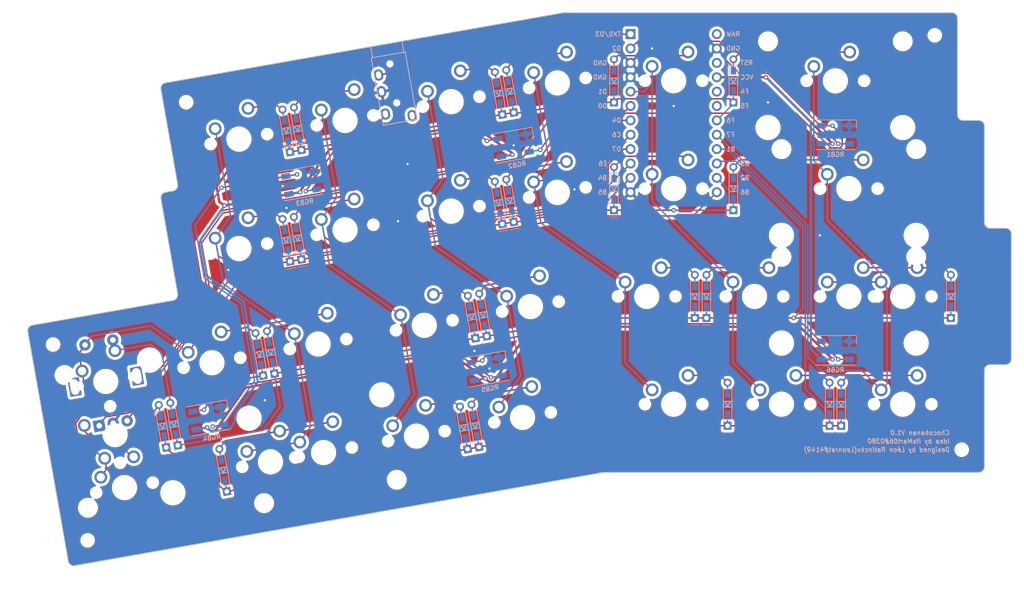
<source format=kicad_pcb>
(kicad_pcb (version 20221018) (generator pcbnew)
  (layers (0 "F.Cu" signal) (31 "B.Cu" signal) (34 "B.Paste" user) (35 "F.Paste" user) (36 "B.SilkS" user "B.Silkscreen") (37 "F.SilkS" user "F.Silkscreen") (38 "B.Mask" user) (39 "F.Mask" user) (44 "Edge.Cuts" user))
  (net 0 "")
  (net 1 "Net-(D1-A)")
  (net 2 "Net-(D2-A)")
  (net 3 "Net-(D3-A)")
  (net 4 "ROW2_L")
  (net 5 "Net-(D4-A)")
  (net 6 "Net-(D5-A)")
  (net 7 "Net-(D6-A)")
  (net 8 "Net-(D7-A)")
  (net 9 "Net-(D8-A)")
  (net 10 "Net-(D9-A)")
  (net 11 "Net-(D10-A)")
  (net 12 "Net-(D11-A)")
  (net 13 "Net-(D12-A)")
  (net 14 "Net-(D13-A)")
  (net 15 "Net-(D14-A)")
  (net 16 "Net-(D15-A)")
  (net 17 "Net-(D16-A)")
  (net 18 "Net-(D17-A)")
  (net 19 "Net-(D18-A)")
  (net 20 "Net-(D19-A)")
  (net 21 "Net-(D20-A)")
  (net 22 "Net-(D21-A)")
  (net 23 "Net-(D22-A)")
  (net 24 "RGB")
  (net 25 "Net-(D23-A)")
  (net 26 "Net-(RGB1-DOUT)")
  (net 27 "DATA")
  (net 28 "GND")
  (net 29 "VCC")
  (net 30 "ENC_A")
  (net 31 "Net-(RGB2-DOUT)")
  (net 32 "COL2")
  (net 33 "COL3")
  (net 34 "COL4")
  (net 35 "COL5")
  (net 36 "ENC_B")
  (net 37 "COL1")
  (net 38 "COL0")
  (net 39 "ROW0_L")
  (net 40 "ROW1_L")
  (net 41 "ROW3_L")
  (net 44 "Net-(RGB3-DOUT)")
  (net 45 "Net-(RGB4-DOUT)")
  (net 46 "Net-(RGB5-DOUT)")
  (net 49 "ENC_S_A")
  (net 51 "Net-(D25-A)")
  (net 52 "COL6")
  (net 53 "Net-(D27-A)")
  (net 54 "Net-(D24-A)")
  (footprint "kbd:D3_TH_SMD_only_back" (layer "F.Cu") (at -19.05 57.15 90)
    (fp_text reference "D12" hide)
    (fp_text value "D_Small" hide)
  )
  (footprint "kbd:D3_TH_SMD_only_back" (layer "F.Cu") (at -63.651285 60.962562 100)
    (fp_text reference "D16" hide)
    (fp_text value "D_Small" hide)
  )
  (footprint "MX_Only:MXOnly-1U-NoLED" (layer "F.Cu") (at -72.65738 43.206703 10)
    (fp_text reference "MX19")
    (fp_text value "MX-NoLED")
  )
  (footprint "MX_Only:MXOnly-2U-NoLED" (layer "F.Cu") (at 0 0)
    (fp_text reference "MX1")
    (fp_text value "MX-NoLED")
  )
  (footprint "kbd:D3_TH_SMD_only_back" (layer "F.Cu") (at -97.043713 8.818917 100)
    (fp_text reference "D21" hide)
    (fp_text value "D_Small" hide)
  )
  (footprint "MX_Only:MXOnly-1U-NoLED" (layer "F.Cu") (at -49.134293 19.715071 10)
    (fp_text reference "MX10")
    (fp_text value "MX-NoLED")
  )
  (footprint "MX_Only:MXOnly-1U-NoLED" (layer "F.Cu") (at -55.278942 59.486292 10)
    (fp_text reference "MX16")
    (fp_text value "MX-NoLED")
  )
  (footprint "kbd:D3_TH_SMD_only_back" (layer "F.Cu") (at -118.912802 61.03472 100)
    (fp_text reference "D27" hide)
    (fp_text value "D_Small" hide)
  )
  (footprint "MX_Only:MXOnly-1.75U-NoLED" (layer "F.Cu") (at -99.835338 67.342787 10)
    (fp_text reference "MX24")
    (fp_text value "MX-NoLED")
  )
  (footprint "MX_Only:MXOnly-1U-NoLED" (layer "F.Cu") (at -33.3375 38.1)
    (fp_text reference "MX11")
    (fp_text value "MX-NoLED")
  )
  (footprint "MX_Only:MXOnly-1U-NoLED" (layer "F.Cu") (at -14.2875 38.1)
    (fp_text reference "MX7")
    (fp_text value "MX-NoLED")
  )
  (footprint "kbd:D3_TH_SMD_only_back" (layer "F.Cu") (at -95.027811 8.463459 100)
    (fp_text reference "D17" hide)
    (fp_text value "D_Small" hide)
  )
  (footprint "kbd:D3_TH_SMD_only_back" (layer "F.Cu") (at -59.522537 21.546799 100)
    (fp_text reference "D14" hide)
    (fp_text value "D_Small" hide)
  )
  (footprint "MX_Only:MXOnly-1U-NoLED" (layer "F.Cu") (at -105.416056 10.295187 10)
    (fp_text reference "MX21")
    (fp_text value "MX-NoLED")
  )
  (footprint "kbd:D3_TH_SMD_only_back" (layer "F.Cu") (at -99.790311 47.990971 100)
    (fp_text reference "D23" hide)
    (fp_text value "D_Small" hide)
  )
  (footprint "MX_Only:MXOnly-1U-NoLED" (layer "F.Cu") (at -67.89488 3.679192 10)
    (fp_text reference "MX13")
    (fp_text value "MX-NoLED")
  )
  (footprint "kbd:D3_TH_SMD_only_back" (layer "F.Cu") (at 20.40825 38.1 90)
    (fp_text reference "D3" hide)
    (fp_text value "D_Small" hide)
  )
  (footprint "MX_Only:MXOnly-1U-NoLED" (layer "F.Cu") (at -53.896793 39.898705 10)
    (fp_text reference "MX15")
    (fp_text value "MX-NoLED")
  )
  (footprint "kbd:D3_TH_SMD_only_back" (layer "F.Cu") (at 1.0235 57.15 90)
    (fp_text reference "D4" hide)
    (fp_text value "D_Small" hide)
  )
  (footprint "kbd:D3_TH_SMD_only_back" (layer "F.Cu") (at -39.1235 0 90)
    (fp_text reference "D5" hide)
    (fp_text value "D_Small" hide)
  )
  (footprint "MX_Only:MXOnly-1U-NoLED" (layer "F.Cu") (at -74.03953 62.79429 10)
    (fp_text reference "MX20")
    (fp_text value "MX-NoLED")
  )
  (footprint "MX_Only:MXOnly-2.75U-ReversedStabilizers-NoLED" (layer "F.Cu") (at -90.455044 65.688788 10)
    (fp_text reference "MX24.1")
    (fp_text value "MX-NoLED")
  )
  (footprint "kbd:D3_TH_SMD_only_back" (layer "F.Cu") (at -57.506636 21.191341 100)
    (fp_text reference "D10" hide)
    (fp_text value "D_Small" hide)
  )
  (footprint "MX_Only:MXOnly-1U-NoLED" (layer "F.Cu") (at -110.178556 49.822698 10)
    (fp_text reference "MX25")
    (fp_text value "MX-NoLED")
  )
  (footprint "MX_Only:MXOnly-1U-NoLED" (layer "F.Cu") (at -91.417968 46.514701 10)
    (fp_text reference "MX23")
    (fp_text value "MX-NoLED")
  )
  (footprint "Custom_footprints_Léon:ArduinoProMicro_centered" (layer "F.Cu") (at -28.575 4.445)
    (fp_text reference "U1" hide)
    (fp_text value "ProMicro" hide)
  )
  (footprint "MX_Only:MXOnly-1U-NoLED" (layer "F.Cu") (at -9.525 57.15)
    (fp_text reference "MX8")
    (fp_text value "MX-NoLED")
  )
  (footprint "kbd:D3_TH_SMD_only_back" (layer "F.Cu") (at -22.789 38.1 90)
    (fp_text reference "D7" hide)
    (fp_text value "D_Small" hide)
  )
  (footprint "MX_Only:MXOnly-2.25U-NoLED" (layer "F.Cu") (at 2.38125 19.05)
    (fp_text reference "MX2")
    (fp_text value "MX-NoLED")
  )
  (footprint "kbd:D3_TH_SMD_only_back" (layer "F.Cu") (at -62.269136 41.374975 100)
    (fp_text reference "D15" hide)
    (fp_text value "D_Small" hide)
  )
  (footprint "kbd:D3_TH_SMD_only_back" (layer "F.Cu") (at -108.208173 68.819144 100)
    (fp_text reference "D24" hide)
    (fp_text value "D_Small" hide)
  )
  (footprint "kbd:D3_TH_SMD_only_back" (layer "F.Cu") (at -116.881774 60.668034 100)
    (fp_text reference "D26" hide)
    (fp_text value "D_Small" hide)
  )
  (footprint "MX_Only:MXOnly-2.75U-NoLED" (layer "F.Cu") (at 2.38125 38.1)
    (fp_text reference "MX3.1")
    (fp_text value "MX-NoLED")
  )
  (footprint "MX_Only:MXOnly-1.75U-NoLED" (layer "F.Cu") (at 11.90625 38.1)
    (fp_text reference "MX3")
    (fp_text value "MX-NoLED")
  )
  (footprint "kbd:D3_TH_SMD_only_back" (layer "F.Cu") (at -39.1235 19.05 90)
    (fp_text reference "D6" hide)
    (fp_text value "D_Small" hide)
  )
  (footprint "MX_Only:MXOnly-2U-NoLED" (layer "F.Cu") (at -127.285145 62.51099 100)
    (fp_text reference "MX20.1")
    (fp_text value "MX-NoLED")
  )
  (footprint "kbd:D3_TH_SMD_only_back" (layer "F.Cu") (at -97.043713 28.162794 100)
    (fp_text reference "D22" hide)
    (fp_text value "D_Small" hide)
  )
  (footprint "MX_Only:MXOnly-1U-NoLED" (layer "F.Cu") (at -28.58 -0.02)
    (fp_text reference "MX5")
    (fp_text value "MX-NoLED")
  )
  (footprint "MX_Only:MXOnly-1U-NoLED" (layer "F.Cu") (at -86.655468 6.987189 10)
    (fp_text reference "MX17")
    (fp_text value "MX-NoLED")
  )
  (footprint "MX_Only:MXOnly-1U-NoLED" (layer "F.Cu") (at -49.134293 0.371194 10)
    (fp_text reference "MX9")
    (fp_text value "MX-NoLED")
  )
  (footprint "MX_Only:MXOnly-1U-NoLED" (layer "F.Cu") (at -67.89488 23.023069 10)
    (fp_text reference "MX14")
    (fp_text value "MX-NoLED")
  )
  (footprint "kbd:D3_TH_SMD_only_back" (layer "F.Cu") (at -24.836 38.1 90)
    (fp_text reference "D11" hide)
    (fp_text value "D_Small" hide)
  )
  (footprint "MX_Only:MXOnly-1U-NoLED" (layer "F.Cu") (at -105.416056 29.639064 10)
    (fp_text reference "MX22")
    (fp_text value "MX-NoLED")
  )
  (footprint "kbd:D3_TH_SMD_only_back" (layer "F.Cu") (at -95.027811 27.807336 100)
    (fp_text reference "D18" hide)
    (fp_text value "D_Small" hide)
  )
  (footprint "kbd:D3_TH_SMD_only_back" (layer "F.Cu") (at -101.806213 48.346428 100)
    (fp_text reference "D25" hide)
    (fp_text value "D_Small" hide)
  )
  (footprint "Custom_footprints_Léon:RotaryEncoder_EC11_Switch" (layer "F.Cu") (at -128.939144 53.130696 100)
    (fp_text reference "SW1" hide)
    (fp_text value "RotaryEncoder_Switch")
  )
  (footprint "MX_Only:MXOnly-1U-NoLED" (layer "F.Cu") (at -128.939144 53.130696 10)
    (fp_text reference "MX26")
    (fp_text value "MX-NoLED")
  )
  (footprint "kbd:D3_TH_SMD_only_back" (layer "F.Cu") (at -57.506636 1.847464 100)
    (fp_text reference "D9" hide)
    (fp_text value "D_Small" hide)
  )
  (footprint "kbd:D3_TH_SMD_only_back" (layer "F.Cu") (at -1.0235 57.15 90)
    (fp_text reference "D8" hide)
    (fp_text value "D_Small" hide)
  )
  (footprint "MX_Only:MXOnly-1U-NoLED" (layer "F.Cu") (at -28.575 19.05)
    (fp_text reference "MX6")
    (fp_text value "MX-NoLED")
  )
  (footprint "kbd:D3_TH_SMD_only_back" (layer "F.Cu") (at -18.0265 19.05 90)
    (fp_text reference "D2" hide)
    (fp_text value "D_Small" hide)
  )
  (footprint "MX_Only:MXOnly-1U-NoLED" (layer "F.Cu") (at -125.631146 71.891284 10)
    (fp_text reference "MX27")
    (fp_text value "MX-NoLED")
  )
  (footprint "kbd:D3_TH_SMD_only_back" (layer "F.Cu") (at -65.667186 61.31802 100)
    (fp_text reference "D20" hide)
    (fp_text value "D_Small" hide)
  )
  (footprint "kbd:D3_TH_SMD_only_back" (layer "F.Cu") (at -59.522537 2.202922 100)
    (fp_text reference "D13" hide)
    (fp_text value "D_Small" hide)
  )
  (footprint "MX_Only:MXOnly-1U-NoLED" (layer "F.Cu") (at -86.655468 26.331066 10)
    (fp_text reference "MX18")
    (fp_text value "MX-NoLED")
  )
  (footprint "kbd:D3_TH_SMD_only_back" (layer "F.Cu") (at -18.0265 0 90)
    (fp_text reference "D1" hide)
    (fp_text value "D_Small" hide)
  )
  (footprint "MX_Only:MXOnly-1U-NoLED" (layer "F.Cu") (at -28.575 57.15)
    (fp_text reference "MX12")
    (fp_text value "MX-NoLED")
  )
  (footprint "MX_Only:MXOnly-1.25U-NoLED" (layer "F.Cu") (at 11.90625 57.15)
    (fp_text reference "MX4")
    (fp_text value "MX-NoLED")
  )
  (footprint "kbd:D3_TH_SMD_only_back" (layer "F.Cu") (at -64.285037 41.730433 100)
    (fp_text reference "D19" hide)
    (fp_text value "D_Small" hide)
  )
  (footprint "MountingHole:MountingHole_2.1mm" (layer "B.Cu") (at 22.3305 65.19283 180)
    (fp_text reference "H2" hide)
    (fp_text value "MountingHole")
  )
  (footprint "MountingHole:MountingHole_2.1mm" (layer "B.Cu") (at -114.733517 3.771031 180)
    (fp_text reference "H3" hide)
    (fp_text value "MountingHole")
  )
  (footprint "kbd:LED_WS2812B-PLCC4" (layer "B.Cu") (at 0 47.625)
    (fp_text reference "RGB6")
    (fp_text value "WS2812B")
  )
  (footprint "MountingHole:MountingHole_2.1mm" (layer "B.Cu") (at -132.155302 81.208745 180)
    (fp_text reference "H5" hide)
    (fp_text value "MountingHole")
  )
  (footprint "MountingHole:MountingHole_2.1mm" (layer "B.Cu") (at 17.568 -8.04283 180)
    (fp_text reference "H1" hide)
    (fp_text value "MountingHole")
  )
  (footprint "MountingHole:MountingHole_2.1mm" (layer "B.Cu") (at -138.256605 46.60654 180)
    (fp_text reference "H4" hide)
    (fp_text value "MountingHole")
  )
  (footprint "kbd:LED_WS2812B-PLCC4" (layer "B.Cu") (at -61.623088 50.932998 10)
    (fp_text reference "RGB5")
    (fp_text value "WS2812B")
  )
  (footprint "keebio-parts:TRRS-PJ-320A" (layer "B.Cu") (at -78.14602 0.394379 -170)
    (fp_text reference "U2")
    (fp_text value "TRRS")
  )
  (footprint "kbd:LED_WS2812B-PLCC4" (layer "B.Cu") (at -94.381763 18.021482 10)
    (fp_text reference "RGB3")
    (fp_text value "WS2812B")
  )
  (footprint "kbd:LED_WS2812B-PLCC4" (layer "B.Cu") (at 0 9.525)
    (fp_text reference "RGB1")
    (fp_text value "WS2812B")
  )
  (footprint "kbd:LED_WS2812B-PLCC4" (layer "B.Cu") (at -110.819161 59.607593 10)
    (fp_text reference "RGB4")
    (fp_text value "WS2812B")
  )
  (footprint "kbd:LED_WS2812B-PLCC4" (layer "B.Cu") (at -56.860588 11.405487 10)
    (fp_text reference "RGB2")
    (fp_text value "WS2812B")
  )
  (gr_arc (start -119.219481 20.837005) (mid -119.053809 20.089743) (end -118.40825 19.678525) (stroke (width 0.15)) (layer "Edge.Cuts"))
  (gr_line (start 31.115 49.165) (end 31.115 27.035) (stroke (width 0.15)) (layer "Edge.Cuts"))
  (gr_line (start 21.59 5.985) (end 21.59 -11.065) (stroke (width 0.15)) (layer "Edge.Cuts"))
  (gr_line (start -118.40825 19.678525) (end -117.069871 19.442634) (stroke (width 0.15)) (layer "Edge.Cuts"))
  (gr_arc (start 20.59 -12.065) (mid 21.297107 -11.772107) (end 21.59 -11.065) (stroke (width 0.15)) (layer "Edge.Cuts"))
  (gr_arc (start -134.432878 85.694321) (mid -135.180106 85.528673) (end -135.591344 84.883171) (stroke (width 0.15)) (layer "Edge.Cuts"))
  (gr_line (start -41.066032 69.230194) (end -134.432878 85.694321) (stroke (width 0.15)) (layer "Edge.Cuts"))
  (gr_line (start -116.258641 18.284156) (end -119.21946 1.493413) (stroke (width 0.15)) (layer "Edge.Cuts"))
  (gr_line (start -135.591344 84.883171) (end -142.742491 44.328898) (stroke (width 0.15)) (layer "Edge.Cuts"))
  (gr_arc (start 25.3525 6.985) (mid 26.059607 7.277893) (end 26.3525 7.985) (stroke (width 0.15)) (layer "Edge.Cuts"))
  (gr_arc (start 26.3525 68.215) (mid 26.059607 68.922107) (end 25.3525 69.215) (stroke (width 0.15)) (layer "Edge.Cuts"))
  (gr_arc (start -41.066032 69.230194) (mid -40.979534 69.218806) (end -40.892373 69.215) (stroke (width 0.15)) (layer "Edge.Cuts"))
  (gr_line (start 25.3525 6.985) (end 22.59 6.985) (stroke (width 0.15)) (layer "Edge.Cuts"))
  (gr_arc (start 26.3525 51.165) (mid 26.645393 50.457893) (end 27.3525 50.165) (stroke (width 0.15)) (layer "Edge.Cuts"))
  (gr_line (start -48.0847 -12.065) (end -118.408302 0.334948) (stroke (width 0.15)) (layer "Edge.Cuts"))
  (gr_arc (start -116.258527 37.628219) (mid -116.424178 38.375451) (end -117.069686 38.786687) (stroke (width 0.15)) (layer "Edge.Cuts"))
  (gr_line (start 26.3525 25.035) (end 26.3525 7.985) (stroke (width 0.15)) (layer "Edge.Cuts"))
  (gr_arc (start -142.742491 44.328898) (mid -142.576839 43.581669) (end -141.931332 43.170434) (stroke (width 0.15)) (layer "Edge.Cuts"))
  (gr_arc (start 27.3525 26.035) (mid 26.645393 25.742107) (end 26.3525 25.035) (stroke (width 0.15)) (layer "Edge.Cuts"))
  (gr_arc (start -119.21946 1.493413) (mid -119.053808 0.746183) (end -118.408302 0.334948) (stroke (width 0.15)) (layer "Edge.Cuts"))
  (gr_arc (start 31.115 49.165) (mid 30.822107 49.872107) (end 30.115 50.165) (stroke (width 0.15)) (layer "Edge.Cuts"))
  (gr_line (start 20.59 -12.065) (end -48.084672 -12.065) (stroke (width 0.15)) (layer "Edge.Cuts"))
  (gr_line (start 30.115 26.035) (end 27.3525 26.035) (stroke (width 0.15)) (layer "Edge.Cuts"))
  (gr_arc (start 30.115 26.035) (mid 30.822107 26.327893) (end 31.115 27.035) (stroke (width 0.15)) (layer "Edge.Cuts"))
  (gr_line (start -141.931332 43.170434) (end -117.069686 38.786687) (stroke (width 0.15)) (layer "Edge.Cuts"))
  (gr_arc (start 22.59 6.985) (mid 21.882893 6.692107) (end 21.59 5.985) (stroke (width 0.15)) (layer "Edge.Cuts"))
  (gr_line (start 26.3525 68.215) (end 26.3525 51.165) (stroke (width 0.15)) (layer "Edge.Cuts"))
  (gr_line (start 27.3525 50.165) (end 30.115 50.165) (stroke (width 0.15)) (layer "Edge.Cuts"))
  (gr_line (start -116.258527 37.628219) (end -119.219481 20.837005) (stroke (width 0.15)) (layer "Edge.Cuts"))
  (gr_arc (start -116.258641 18.284156) (mid -116.424313 19.031416) (end -117.069871 19.442634) (stroke (width 0.15)) (layer "Edge.Cuts"))
  (gr_line (start 25.3525 69.215) (end -40.892373 69.215) (stroke (width 0.15)) (layer "Edge.Cuts"))
  (gr_text "Designed by Léon Ratinckx(Leonrat#4149)" (at 20.3305 65.19283) (layer "B.SilkS") (effects (font (size 0.8 0.8) (thickness 0.15) italic) (justify left mirror)))
  (gr_text "Idea by ItsMart06#0380" (at 20.3305 63.69283) (layer "B.SilkS") (effects (font (size 0.8 0.8) (thickness 0.15) italic) (justify left mirror)))
  (gr_text "Chocobanan V1.0" (at 20.3305 62.19283) (layer "B.SilkS") (effects (font (size 0.8 0.8) (thickness 0.15) italic) (justify left mirror)))
  (segment (start -16.7565 -5.08) (end 2.54 -5.08) (width 0.25) (layer "F.Cu") (net 1))
  (segment (start -18.0265 -3.81) (end -16.7565 -5.08) (width 0.25) (layer "F.Cu") (net 1))
  (segment (start -18.0265 -1.775) (end -18.0265 -3.81) (width 0.25) (layer "B.Cu") (net 1))
  (segment (start 4.92125 13.97) (end -16.7565 13.97) (width 0.25) (layer "F.Cu") (net 2))
  (segment (start -16.7565 13.97) (end -18.0265 15.24) (width 0.25) (layer "F.Cu") (net 2))
  (segment (start -18.0265 17.275) (end -18.0265 15.24) (width 0.25) (layer "B.Cu") (net 2))
  (segment (start 19.13825 33.02) (end 20.40825 34.29) (width 0.25) (layer "F.Cu") (net 3))
  (segment (start 4.92125 33.02) (end 14.44625 33.02) (width 0.25) (layer "F.Cu") (net 3))
  (segment (start 14.44625 33.02) (end 19.13825 33.02) (width 0.25) (layer "F.Cu") (net 3))
  (segment (start 20.40825 36.325) (end 20.40825 34.29) (width 0.25) (layer "B.Cu") (net 3))
  (segment (start -24.836 41.91) (end -22.789 41.91) (width 0.25) (layer "F.Cu") (net 4))
  (segment (start -24.836 41.91) (end -43.407731 41.91) (width 0.25) (layer "F.Cu") (net 4))
  (segment (start -61.607536 45.127093) (end -63.623437 45.482551) (width 0.25) (layer "F.Cu") (net 4))
  (segment (start -99.128711 51.743089) (end -63.623437 45.482551) (width 0.25) (layer "F.Cu") (net 4))
  (segment (start -61.607536 45.127093) (end -43.407731 41.91) (width 0.25) (layer "F.Cu") (net 4))
  (segment (start -22.789 41.91) (end 20.40825 41.91) (width 0.25) (layer "F.Cu") (net 4))
  (via (at -7.37 41.91) (size 0.8) (drill 0.4) (layers "F.Cu" "B.Cu") (net 4))
  (segment (start -116.573548 62.416068) (end -116.220174 64.420152) (width 0.25) (layer "B.Cu") (net 4))
  (segment (start -63.623437 45.482551) (end -63.976811 43.478467) (width 0.25) (layer "B.Cu") (net 4))
  (segment (start -5.76 40.3) (end -7.37 41.91) (width 0.25) (layer "B.Cu") (net 4))
  (segment (start -99.128711 51.743089) (end -98.107265 57.536003) (width 0.25) (layer "B.Cu") (net 4))
  (segment (start -101.062092 61.755934) (end -98.107265 57.536003) (width 0.25) (layer "B.Cu") (net 4))
  (segment (start 20.40825 39.875) (end 20.40825 41.91) (width 0.25) (layer "B.Cu") (net 4))
  (segment (start -24.836 39.875) (end -24.836 41.91) (width 0.25) (layer "B.Cu") (net 4))
  (segment (start -116.2353 64.43138) (end -101.062092 61.755934) (width 0.25) (layer "B.Cu") (net 4))
  (segment (start -17.602552 14.2165) (end -5.76 26.059052) (width 0.25) (layer "B.Cu") (net 4))
  (segment (start -99.482085 49.739005) (end -99.128711 51.743089) (width 0.25) (layer "B.Cu") (net 4))
  (segment (start -20.5665 14.2165) (end -17.602552 14.2165) (width 0.25) (layer "B.Cu") (net 4))
  (segment (start -22.789 39.875) (end -22.789 41.91) (width 0.25) (layer "B.Cu") (net 4))
  (segment (start -20.955 14.605) (end -20.5665 14.2165) (width 0.25) (layer "B.Cu") (net 4))
  (segment (start -5.76 26.059052) (end -5.76 40.3) (width 0.25) (layer "B.Cu") (net 4))
  (segment (start -61.607536 45.127093) (end -61.96091 43.123009) (width 0.25) (layer "B.Cu") (net 4))
  (segment (start 14.44625 52.07) (end 2.2935 52.07) (width 0.25) (layer "F.Cu") (net 5))
  (segment (start 2.2935 52.07) (end 1.0235 53.34) (width 0.25) (layer "F.Cu") (net 5))
  (segment (start 1.0235 55.375) (end 1.0235 53.34) (width 0.25) (layer "B.Cu") (net 5))
  (segment (start -26.67 -4.445) (end -38.4885 -4.445) (width 0.25) (layer "F.Cu") (net 6))
  (segment (start -38.4885 -4.445) (end -39.1235 -3.81) (width 0.25) (layer "F.Cu") (net 6))
  (segment (start -26.035 -5.08) (end -26.67 -4.445) (width 0.25) (layer "F.Cu") (net 6))
  (segment (start -39.1235 -1.775) (end -39.1235 -3.81) (width 0.25) (layer "B.Cu") (net 6))
  (segment (start -26.035 13.97) (end -26.67 13.335) (width 0.25) (layer "F.Cu") (net 7))
  (segment (start -26.67 13.335) (end -37.2185 13.335) (width 0.25) (layer "F.Cu") (net 7))
  (segment (start -37.2185 13.335) (end -39.1235 15.24) (width 0.25) (layer "F.Cu") (net 7))
  (segment (start -39.1235 17.275) (end -39.1235 15.24) (width 0.25) (layer "B.Cu") (net 7))
  (segment (start -11.7475 33.02) (end -21.519 33.02) (width 0.25) (layer "F.Cu") (net 8))
  (segment (start -21.519 33.02) (end -22.789 34.29) (width 0.25) (layer "F.Cu") (net 8))
  (segment (start -22.789 36.325) (end -22.789 34.29) (width 0.25) (layer "B.Cu") (net 8))
  (segment (start -2.2935 52.07) (end -1.0235 53.34) (width 0.25) (layer "F.Cu") (net 9))
  (segment (start -6.985 52.07) (end -2.2935 52.07) (width 0.25) (layer "F.Cu") (net 9))
  (segment (start -1.0235 55.375) (end -1.0235 53.34) (width 0.25) (layer "B.Cu") (net 9))
  (segment (start -47.515014 -5.086023) (end -57.138063 -3.375893) (width 0.25) (layer "F.Cu") (net 10))
  (segment (start -58.168236 -1.904654) (end -57.138063 -3.375893) (width 0.25) (layer "F.Cu") (net 10))
  (segment (start -57.814862 0.09943) (end -58.168236 -1.904654) (width 0.25) (layer "B.Cu") (net 10))
  (segment (start -47.515014 14.271181) (end -57.138063 15.967984) (width 0.25) (layer "F.Cu") (net 11))
  (segment (start -58.168236 17.439223) (end -57.138063 15.967984) (width 0.25) (layer "F.Cu") (net 11))
  (segment (start -57.814862 19.443307) (end -58.168236 17.439223) (width 0.25) (layer "B.Cu") (net 11))
  (segment (start -26.106 33.02) (end -24.836 34.29) (width 0.25) (layer "F.Cu") (net 12))
  (segment (start -30.7975 33.02) (end -26.106 33.02) (width 0.25) (layer "F.Cu") (net 12))
  (segment (start -24.836 36.325) (end -24.836 34.29) (width 0.25) (layer "B.Cu") (net 12))
  (segment (start -26.035 52.07) (end -20.32 52.07) (width 0.25) (layer "F.Cu") (net 13))
  (segment (start -20.32 52.07) (end -19.05 53.34) (width 0.25) (layer "F.Cu") (net 13))
  (segment (start -19.05 55.375) (end -19.05 53.34) (width 0.25) (layer "B.Cu") (net 13))
  (segment (start -66.275601 -1.764698) (end -61.655376 -2.579369) (width 0.25) (layer "F.Cu") (net 14))
  (segment (start -60.184137 -1.549196) (end -61.655376 -2.579369) (width 0.25) (layer "F.Cu") (net 14))
  (segment (start -59.830763 0.454888) (end -60.184137 -1.549196) (width 0.25) (layer "B.Cu") (net 14))
  (segment (start -60.184137 17.794681) (end -61.655376 16.764508) (width 0.25) (layer "F.Cu") (net 15))
  (segment (start -66.275601 17.579179) (end -61.655376 16.764508) (width 0.25) (layer "F.Cu") (net 15))
  (segment (start -59.830763 19.798765) (end -60.184137 17.794681) (width 0.25) (layer "B.Cu") (net 15))
  (segment (start -52.277514 34.454815) (end -61.900563 36.151618) (width 0.25) (layer "F.Cu") (net 16))
  (segment (start -62.930736 37.622857) (end -61.900563 36.151618) (width 0.25) (layer "F.Cu") (net 16))
  (segment (start -62.577362 39.626941) (end -62.930736 37.622857) (width 0.25) (layer "B.Cu") (net 16))
  (segment (start -64.312885 57.210444) (end -63.282712 55.739206) (width 0.25) (layer "F.Cu") (net 17))
  (segment (start -53.659663 54.042402) (end -63.282712 55.739206) (width 0.25) (layer "F.Cu") (net 17))
  (segment (start -63.959511 59.214528) (end -64.312885 57.210444) (width 0.25) (layer "B.Cu") (net 17))
  (segment (start -95.689411 4.711341) (end -94.659238 3.240103) (width 0.25) (layer "F.Cu") (net 18))
  (segment (start -85.036189 1.543299) (end -94.659238 3.240103) (width 0.25) (layer "F.Cu") (net 18))
  (segment (start -95.336037 6.715425) (end -95.689411 4.711341) (width 0.25) (layer "B.Cu") (net 18))
  (segment (start -85.036189 20.887176) (end -94.659238 22.58398) (width 0.25) (layer "F.Cu") (net 19))
  (segment (start -95.689411 24.055218) (end -94.659238 22.58398) (width 0.25) (layer "F.Cu") (net 19))
  (segment (start -95.336037 26.059302) (end -95.689411 24.055218) (width 0.25) (layer "B.Cu") (net 19))
  (segment (start -64.946637 37.978315) (end -66.417876 36.948143) (width 0.25) (layer "F.Cu") (net 20))
  (segment (start -71.038101 37.762813) (end -66.417876 36.948143) (width 0.25) (layer "F.Cu") (net 20))
  (segment (start -64.593263 39.982399) (end -64.946637 37.978315) (width 0.25) (layer "B.Cu") (net 20))
  (segment (start -66.328786 57.565902) (end -67.800025 56.53573) (width 0.25) (layer "F.Cu") (net 21))
  (segment (start -72.420251 57.3504) (end -67.800025 56.53573) (width 0.25) (layer "F.Cu") (net 21))
  (segment (start -65.975412 59.569986) (end -66.328786 57.565902) (width 0.25) (layer "B.Cu") (net 21))
  (segment (start -103.796777 4.851297) (end -99.176551 4.036627) (width 0.25) (layer "F.Cu") (net 22))
  (segment (start -97.705313 5.066799) (end -99.176551 4.036627) (width 0.25) (layer "F.Cu") (net 22))
  (segment (start -97.351939 7.070883) (end -97.705313 5.066799) (width 0.25) (layer "B.Cu") (net 22))
  (segment (start -103.796777 24.195174) (end -99.176551 23.380504) (width 0.25) (layer "F.Cu") (net 23))
  (segment (start -97.705313 24.410676) (end -99.176551 23.380504) (width 0.25) (layer "F.Cu") (net 23))
  (segment (start -97.351939 26.41476) (end -97.705313 24.410676) (width 0.25) (layer "B.Cu") (net 23))
  (segment (start -20.526105 -6.985) (end -19.40185 -5.860745) (width 0.25) (layer "F.Cu") (net 24))
  (segment (start -11.959695 -1.36) (end 0.5 11.099695) (width 0.25) (layer "F.Cu") (net 24))
  (segment (start -34.925 -6.985) (end -20.526105 -6.985) (width 0.25) (layer "F.Cu") (net 24))
  (segment (start -17.023948 -1.36) (end -11.959695 -1.36) (width 0.25) (layer "F.Cu") (net 24))
  (segment (start 0.5 11.099695) (end 0.5 11.125) (width 0.25) (layer "F.Cu") (net 24))
  (segment (start -19.40185 -3.737902) (end -17.023948 -1.36) (width 0.25) (layer "F.Cu") (net 24))
  (segment (start -19.40185 -5.860745) (end -19.40185 -3.737902) (width 0.25) (layer "F.Cu") (net 24))
  (segment (start -36.195 -5.715) (end -34.925 -6.985) (width 0.25) (layer "F.Cu") (net 24))
  (via (at 0.5 11.125) (size 0.8) (drill 0.4) (layers "F.Cu" "B.Cu") (net 24))
  (segment (start 2.5 11.125) (end 0.5 11.125) (width 0.25) (layer "B.Cu") (net 24))
  (segment (start -100.451911 44.238853) (end -99.421738 42.767614) (width 0.25) (layer "F.Cu") (net 25))
  (segment (start -89.798689 41.070811) (end -99.421738 42.767614) (width 0.25) (layer "F.Cu") (net 25))
  (segment (start -100.451911 44.238853) (end -100.098537 46.242937) (width 0.25) (layer "B.Cu") (net 25))
  (segment (start 1.225 9.65) (end -0.5 7.925) (width 0.25) (layer "F.Cu") (net 26))
  (segment (start -52.151116 12.199762) (end -47.973147 6.233005) (width 0.25) (layer "F.Cu") (net 26))
  (segment (start -6.935305 5.715) (end -0.800305 11.85) (width 0.25) (layer "F.Cu") (net 26))
  (segment (start 0.800305 11.85) (end 1.225 11.425305) (width 0.25) (layer "F.Cu") (net 26))
  (segment (start -47.973147 6.233005) (end -45.035396 5.715) (width 0.25) (layer "F.Cu") (net 26))
  (segment (start 1.225 11.425305) (end 1.225 9.65) (width 0.25) (layer "F.Cu") (net 26))
  (segment (start -45.035396 5.715) (end -6.935305 5.715) (width 0.25) (layer "F.Cu") (net 26))
  (segment (start -0.800305 11.85) (end 0.800305 11.85) (width 0.25) (layer "F.Cu") (net 26))
  (via (at -52.151116 12.199762) (size 0.8) (drill 0.4) (layers "F.Cu" "B.Cu") (net 26))
  (via (at -0.5 7.925) (size 0.8) (drill 0.4) (layers "F.Cu" "B.Cu") (net 26))
  (segment (start -54.120732 12.547059) (end -52.151116 12.199762) (width 0.25) (layer "B.Cu") (net 26))
  (segment (start -2.5 7.925) (end -0.5 7.925) (width 0.25) (layer "B.Cu") (net 26))
  (segment (start -80.732327 -1.028125) (end -39.746682 -8.255) (width 0.25) (layer "F.Cu") (net 27))
  (segment (start -36.195 -8.255) (end -39.746682 -8.255) (width 0.25) (layer "F.Cu") (net 27))
  (via (at -97.689761 18.604771) (size 0.8) (drill 0.4) (layers "F.Cu" "B.Cu") (net 28))
  (via (at -28.575 4.445) (size 0.8) (drill 0.4) (layers "F.Cu" "B.Cu") (net 28))
  (via (at -97 22.47) (size 0.8) (drill 0.4) (layers "F.Cu" "B.Cu") (net 28))
  (via (at -61.130684 50.846174) (size 0.8) (drill 0.4) (layers "F.Cu" "B.Cu") (net 28))
  (via (at -2.75 27.305) (size 0.8) (drill 0.4) (layers "F.Cu" "B.Cu") (net 28))
  (via (at -46.11 19.18) (size 0.8) (drill 0.4) (layers "F.Cu" "B.Cu") (net 28))
  (via (at -100.84 56.44) (size 0.8) (drill 0.4) (layers "F.Cu" "B.Cu") (net 28))
  (via (at -32.39 -5.715) (size 0.8) (drill 0.4) (layers "F.Cu" "B.Cu") (net 28))
  (via (at -63.799862 47.729066) (size 0.8) (drill 0.4) (layers "F.Cu" "B.Cu") (net 28))
  (via (at -56.860588 11.405487) (size 0.8) (drill 0.4) (layers "F.Cu" "B.Cu") (net 28))
  (via (at -75.621175 14.713484) (size 0.8) (drill 0.4) (layers "F.Cu" "B.Cu") (net 28))
  (via (at -107.29 33.43) (size 0.8) (drill 0.4) (layers "F.Cu" "B.Cu") (net 28))
  (via (at -11.90625 3.81) (size 0.8) (drill 0.4) (layers "F.Cu" "B.Cu") (net 28))
  (via (at -77.29 24.8) (size 0.8) (drill 0.4) (layers "F.Cu" "B.Cu") (net 28))
  (via (at -16.2 17.38) (size 0.8) (drill 0.4) (layers "F.Cu" "B.Cu") (net 28))
  (segment (start -6.2665 43.4585) (end -0.5 49.225) (width 0.4) (layer "F.Cu") (net 29))
  (segment (start -111.033728 61.270109) (end -111.010915 61.399484) (width 0.4) (layer "F.Cu") (net 29))
  (segment (start -60.387592 53.15217) (end -55.061113 45.54517) (width 0.4) (layer "F.Cu") (net 29))
  (segment (start -81.577136 8.808008) (end -105.361592 13.00185) (width 0.4) (layer "F.Cu") (net 29))
  (segment (start -12.26 -0.635) (end -9.72 1.905) (width 0.4) (layer "F.Cu") (net 29))
  (segment (start -9.72 1.905) (end -0.5 11.125) (width 0.4) (layer "F.Cu") (net 29))
  (segment (start -43.227018 43.4585) (end -6.2665 43.4585) (width 0.4) (layer "F.Cu") (net 29))
  (segment (start -61.814842 52.724889) (end -61.040265 53.267254) (width 0.4) (layer "F.Cu") (net 29))
  (segment (start -68.51789 47.917963) (end -104.257186 54.219765) (width 0.4) (layer "F.Cu") (net 29))
  (segment (start -57.075154 13.068003) (end -57.132696 12.741667) (width 0.4) (layer "F.Cu") (net 29))
  (segment (start -107.949831 22.038581) (end -108.877175 21.389248) (width 0.4) (layer "F.Cu") (net 29))
  (segment (start -79.51679 5.86553) (end -81.577136 8.808008) (width 0.4) (layer "F.Cu") (net 29))
  (segment (start -55.061113 45.54517) (end -43.227018 43.4585) (width 0.4) (layer "F.Cu") (net 29))
  (segment (start -61.837654 52.595514) (end -61.814842 52.724889) (width 0.4) (layer "F.Cu") (net 29))
  (segment (start -108.877175 21.389248) (end -109.351385 18.699865) (width 0.4) (layer "F.Cu") (net 29))
  (segment (start -94.59633 19.683999) (end -94.619142 19.554624) (width 0.4) (layer "F.Cu") (net 29))
  (segment (start -109.351385 18.699865) (end -105.361592 13.00185) (width 0.4) (layer "F.Cu") (net 29))
  (segment (start -110.236338 61.941849) (end -111.010915 61.399484) (width 0.4) (layer "F.Cu") (net 29))
  (segment (start -104.257186 54.219765) (end -109.583665 61.826765) (width 0.4) (layer "F.Cu") (net 29))
  (segment (start -61.837654 52.595514) (end -68.51789 47.917963) (width 0.4) (layer "F.Cu") (net 29))
  (segment (start -89.404498 12.10734) (end -64.348289 7.689254) (width 0.4) (layer "F.Cu") (net 29))
  (segment (start -61.040265 53.267254) (end -60.387592 53.15217) (width 0.4) (layer "F.Cu") (net 29))
  (segment (start -57.132696 12.741667) (end -64.348289 7.689254) (width 0.4) (layer "F.Cu") (net 29))
  (segment (start -107.949831 22.038581) (end -94.59633 19.683999) (width 0.4) (layer "F.Cu") (net 29))
  (segment (start -109.583665 61.826765) (end -110.236338 61.941849) (width 0.4) (layer "F.Cu") (net 29))
  (segment (start -94.619142 19.554624) (end -89.404498 12.10734) (width 0.4) (layer "F.Cu") (net 29))
  (segment (start -20.955 -0.635) (end -12.26 -0.635) (width 0.4) (layer "F.Cu") (net 29))
  (via (at -0.5 11.125) (size 0.8) (drill 0.4) (layers "F.Cu" "B.Cu") (net 29))
  (via (at -12.26 -0.635) (size 0.8) (drill 0.4) (layers "F.Cu" "B.Cu") (net 29))
  (via (at -111.033728 61.270109) (size 0.8) (drill 0.4) (layers "F.Cu" "B.Cu") (net 29))
  (via (at -107.949831 22.038581) (size 0.8) (drill 0.4) (layers "F.Cu" "B.Cu") (net 29))
  (via (at -0.5 49.225) (size 0.8) (drill 0.4) (layers "F.Cu" "B.Cu") (net 29))
  (via (at -61.837654 52.595514) (size 0.8) (drill 0.4) (layers "F.Cu" "B.Cu") (net 29))
  (via (at -57.075154 13.068003) (size 0.8) (drill 0.4) (layers "F.Cu" "B.Cu") (net 29))
  (via (at -94.59633 19.683999) (size 0.8) (drill 0.4) (layers "F.Cu" "B.Cu") (net 29))
  (segment (start -106.012473 60.097446) (end -106.196432 59.05416) (width 0.4) (layer "B.Cu") (net 29))
  (segment (start -104.561044 39.049013) (end -111.063459 34.495973) (width 0.4) (layer "B.Cu") (net 29))
  (segment (start -2.96 11.11) (end -2.485 11.125) (width 0.4) (layer "B.Cu") (net 29))
  (segment (start -2.5 11.125) (end -0.5 11.125) (width 0.4) (layer "B.Cu") (net 29))
  (segment (start -59.04477 13.4153) (end -57.075154 13.068003) (width 0.4) (layer "B.Cu") (net 29))
  (segment (start -96.565945 20.031295) (end -94.59633 19.683999) (width 0.4) (layer "B.Cu") (net 29))
  (segment (start -111.033728 61.270109) (end -113.003343 61.617406) (width 0.4) (layer "B.Cu") (net 29))
  (segment (start -106.972006 61.467802) (end -106.012473 60.097446) (width 0.4) (layer "B.Cu") (net 29))
  (segment (start -2.5 49.225) (end -0.5 49.225) (width 0.4) (layer "B.Cu") (net 29))
  (segment (start -111.033728 61.270109) (end -111.010915 61.399484) (width 0.4) (layer "B.Cu") (net 29))
  (segment (start -4.335 47.39) (end -4.335 7.29) (width 0.4) (layer "B.Cu") (net 29))
  (segment (start -2.5 11.125) (end -2.515 11.125) (width 0.4) (layer "B.Cu") (net 29))
  (segment (start -106.196432 59.05416) (end -102.072172 53.164107) (width 0.4) (layer "B.Cu") (net 29))
  (segment (start -4.335 7.29) (end -12.26 -0.635) (width 0.4) (layer "B.Cu") (net 29))
  (segment (start -2.5 49.225) (end -4.335 47.39) (width 0.4) (layer "B.Cu") (net 29))
  (segment (start -63.80727 52.942811) (end -61.837654 52.595514) (width 0.4) (layer "B.Cu") (net 29))
  (segment (start -112.191813 28.09676) (end -107.949831 22.038581) (width 0.4) (layer "B.Cu") (net 29))
  (segment (start -111.010915 61.399484) (end -110.120492 62.022965) (width 0.4) (layer "B.Cu") (net 29))
  (segment (start -111.063459 34.495973) (end -112.191813 28.09676) (width 0.4) (layer "B.Cu") (net 29))
  (segment (start -102.072172 53.164107) (end -104.561044 39.049013) (width 0.4) (layer "B.Cu") (net 29))
  (segment (start -2.515 11.125) (end -2.96 11.11) (width 0.4) (layer "B.Cu") (net 29))
  (segment (start -110.120492 62.022965) (end -106.972006 61.467802) (width 0.4) (layer "B.Cu") (net 29))
  (segment (start -37.015 5.265) (end -45.074766 5.265) (width 0.25) (layer "F.Cu") (net 30))
  (segment (start -108.536257 22.954325) (end -112.484977 28.593682) (width 0.25) (layer "F.Cu") (net 30))
  (segment (start -50.070145 6.14582) (end -55.262063 13.560647) (width 0.25) (layer "F.Cu") (net 30))
  (segment (start -130.098802 60.950875) (end -129.024015 59.41592) (width 0.25) (layer "F.Cu") (net 30))
  (segment (start -55.262063 13.560647) (end -108.536257 22.954325) (width 0.25) (layer "F.Cu") (net 30))
  (segment (start -124.713907 58.655932) (end -129.024015 59.41592) (width 0.25) (layer "F.Cu") (net 30))
  (segment (start -36.195 4.445) (end -37.015 5.265) (width 0.25) (layer "F.Cu") (net 30))
  (segment (start -110.710535 38.657044) (end -124.713907 58.655932) (width 0.25) (layer "F.Cu") (net 30))
  (segment (start -112.484977 28.593682) (end -110.710535 38.657044) (width 0.25) (layer "F.Cu") (net 30))
  (segment (start -45.074766 5.265) (end -50.070145 6.14582) (width 0.25) (layer "F.Cu") (net 30))
  (segment (start -61.57006 10.58994) (end -64.854282 8.311574) (width 0.25) (layer "F.Cu") (net 31))
  (segment (start -61.57006 10.611211) (end -61.57006 10.58994) (width 0.25) (layer "F.Cu") (net 31))
  (segment (start -64.854282 8.311574) (end -88.716174 12.519069) (width 0.25) (layer "F.Cu") (net 31))
  (segment (start -93.611522 19.510351) (end -88.716174 12.519069) (width 0.25) (layer "F.Cu") (net 31))
  (via (at -93.611522 19.510351) (size 0.8) (drill 0.4) (layers "F.Cu" "B.Cu") (net 31))
  (via (at -61.57006 10.611211) (size 0.8) (drill 0.4) (layers "F.Cu" "B.Cu") (net 31))
  (segment (start -59.600444 10.263915) (end -61.57006 10.611211) (width 0.25) (layer "B.Cu") (net 31))
  (segment (start -91.641907 19.163054) (end -93.611522 19.510351) (width 0.25) (layer "B.Cu") (net 31))
  (segment (start -36.195 9.525) (end -42.665213 15.995213) (width 0.25) (layer "F.Cu") (net 32))
  (segment (start -53.327477 17.875259) (end -42.665213 15.995213) (width 0.25) (layer "F.Cu") (net 32))
  (segment (start -37.1475 49.8475) (end -32.385 54.61) (width 0.25) (layer "B.Cu") (net 32))
  (segment (start -53.327477 -1.481945) (end -50.602768 13.983972) (width 0.25) (layer "B.Cu") (net 32))
  (segment (start -53.327477 17.875259) (end -50.602768 13.983972) (width 0.25) (layer "B.Cu") (net 32))
  (segment (start -37.1475 35.56) (end -52.046622 25.139348) (width 0.25) (layer "B.Cu") (net 32))
  (segment (start -53.327477 17.875259) (end -52.046622 25.139348) (width 0.25) (layer "B.Cu") (net 32))
  (segment (start -37.1475 35.56) (end -37.1475 49.8475) (width 0.25) (layer "B.Cu") (net 32))
  (segment (start -44.686565 21.51) (end -43.736396 21.51) (width 0.25) (layer "F.Cu") (net 33))
  (segment (start -60.382541 23.614043) (end -55.991457 22.839776) (width 0.25) (layer "F.Cu") (net 33))
  (segment (start -43.736396 21.51) (end -40.147 17.920604) (width 0.25) (layer "F.Cu") (net 33))
  (segment (start -40.147 14.816052) (end -37.395948 12.065) (width 0.25) (layer "F.Cu") (net 33))
  (segment (start -40.147 17.920604) (end -40.147 14.816052) (width 0.25) (layer "F.Cu") (net 33))
  (segment (start -72.088064 21.183257) (end -71.54142 24.283431) (width 0.25) (layer "F.Cu") (net 33))
  (segment (start -60.847741 24.278417) (end -60.382541 23.614043) (width 0.25) (layer "F.Cu") (net 33))
  (segment (start -37.395948 12.065) (end -36.195 12.065) (width 0.25) (layer "F.Cu") (net 33))
  (segment (start -55.234407 23.369869) (end -44.686565 21.51) (width 0.25) (layer "F.Cu") (net 33))
  (segment (start -55.991457 22.839776) (end -55.234407 23.369869) (width 0.25) (layer "F.Cu") (net 33))
  (segment (start -69.39596 25.785699) (end -60.847741 24.278417) (width 0.25) (layer "F.Cu") (net 33))
  (segment (start -71.54142 24.283431) (end -69.39596 25.785699) (width 0.25) (layer "F.Cu") (net 33))
  (segment (start -72.088064 21.183257) (end -69.363356 17.291969) (width 0.25) (layer "B.Cu") (net 33))
  (segment (start -58.089977 38.058893) (end -55.608978 52.129334) (width 0.25) (layer "B.Cu") (net 33))
  (segment (start -58.089977 38.058893) (end -70.665018 29.253754) (width 0.25) (layer "B.Cu") (net 33))
  (segment (start -72.088064 1.83938) (end -69.363356 17.291969) (width 0.25) (layer "B.Cu") (net 33))
  (segment (start -59.472126 57.64648) (end -55.608978 52.129334) (width 0.25) (layer "B.Cu") (net 33))
  (segment (start -72.088064 21.183257) (end -70.665018 29.253754) (width 0.25) (layer "B.Cu") (net 33))
  (segment (start -90.848652 24.491254) (end -90.302008 27.591429) (width 0.25) (layer "F.Cu") (net 34))
  (segment (start -90.302008 27.591429) (end -87.635243 29.458718) (width 0.25) (layer "F.Cu") (net 34))
  (segment (start -55.339829 23.8454) (end -44.647195 21.96) (width 0.25) (layer "F.Cu") (net 34))
  (segment (start -87.635243 29.458718) (end -60.586035 24.689213) (width 0.25) (layer "F.Cu") (net 34))
  (segment (start -56.09688 23.315307) (end -55.339829 23.8454) (width 0.25) (layer "F.Cu") (net 34))
  (segment (start -60.586035 24.689213) (end -60.120835 24.024839) (width 0.25) (layer "F.Cu") (net 34))
  (segment (start -43.55 21.96) (end -36.195 14.605) (width 0.25) (layer "F.Cu") (net 34))
  (segment (start -60.120835 24.024839) (end -56.09688 23.315307) (width 0.25) (layer "F.Cu") (net 34))
  (segment (start -44.647195 21.96) (end -43.55 21.96) (width 0.25) (layer "F.Cu") (net 34))
  (segment (start -76.850564 41.366891) (end -74.369566 55.437331) (width 0.25) (layer "B.Cu") (net 34))
  (segment (start -78.232714 60.954478) (end -74.369566 55.437331) (width 0.25) (layer "B.Cu") (net 34))
  (segment (start -90.848652 24.491254) (end -89.425606 32.561752) (width 0.25) (layer "B.Cu") (net 34))
  (segment (start -90.848652 5.147377) (end -88.123944 20.599967) (width 0.25) (layer "B.Cu") (net 34))
  (segment (start -90.848652 24.491254) (end -88.123944 20.599967) (width 0.25) (layer "B.Cu") (net 34))
  (segment (start -76.850564 41.366891) (end -89.425606 32.561752) (width 0.25) (layer "B.Cu") (net 34))
  (segment (start -93.723478 30.406834) (end -106.538899 32.666538) (width 0.25) (layer "F.Cu") (net 35))
  (segment (start -93.059104 30.872034) (end -93.723478 30.406834) (width 0.25) (layer "F.Cu") (net 35))
  (segment (start -60.324329 25.10001) (end -93.059104 30.872034) (width 0.25) (layer "F.Cu") (net 35))
  (segment (start -106.538899 32.666538) (end -109.062595 30.899427) (width 0.25) (layer "F.Cu") (net 35))
  (segment (start -36.195 17.145) (end -41.46 22.41) (width 0.25) (layer "F.Cu") (net 35))
  (segment (start -44.607825 22.41) (end -55.445252 24.320931) (width 0.25) (layer "F.Cu") (net 35))
  (segment (start -55.445252 24.320931) (end -56.202303 23.790838) (width 0.25) (layer "F.Cu") (net 35))
  (segment (start -109.062595 30.899427) (end -109.60924 27.799252) (width 0.25) (layer "F.Cu") (net 35))
  (segment (start -59.859129 24.435635) (end -60.324329 25.10001) (width 0.25) (layer "F.Cu") (net 35))
  (segment (start -41.46 22.41) (end -44.607825 22.41) (width 0.25) (layer "F.Cu") (net 35))
  (segment (start -104.028522 65.502975) (end -94.648228 63.848976) (width 0.25) (layer "F.Cu") (net 35))
  (segment (start -56.202303 23.790838) (end -59.859129 24.435635) (width 0.25) (layer "F.Cu") (net 35))
  (segment (start -95.611152 44.674889) (end -92.716654 61.090403) (width 0.25) (layer "B.Cu") (net 35))
  (segment (start -109.60924 27.799252) (end -108.186193 35.86975) (width 0.25) (layer "B.Cu") (net 35))
  (segment (start -109.60924 8.455375) (end -106.884531 23.907965) (width 0.25) (layer "B.Cu") (net 35))
  (segment (start -95.611152 44.674889) (end -108.186193 35.86975) (width 0.25) (layer "B.Cu") (net 35))
  (segment (start -94.648228 63.848976) (end -92.716654 61.090403) (width 0.25) (layer "B.Cu") (net 35))
  (segment (start -109.60924 27.799252) (end -106.884531 23.907965) (width 0.25) (layer "B.Cu") (net 35))
  (segment (start -47.905029 7.53048) (end -52.050882 13.451372) (width 0.25) (layer "F.Cu") (net 36))
  (segment (start -36.195 6.985) (end -44.811461 6.985) (width 0.25) (layer "F.Cu") (net 36))
  (segment (start -108.274551 23.365121) (end -112.009447 28.699105) (width 0.25) (layer "F.Cu") (net 36))
  (segment (start -52.050882 13.451372) (end -108.274551 23.365121) (width 0.25) (layer "F.Cu") (net 36))
  (segment (start -124.110818 58.579182) (end -125.172507 60.095431) (width 0.25) (layer "F.Cu") (net 36))
  (segment (start -112.009447 28.699105) (end -110.235004 38.762467) (width 0.25) (layer "F.Cu") (net 36))
  (segment (start -110.235004 38.762467) (end -124.110818 58.579182) (width 0.25) (layer "F.Cu") (net 36))
  (segment (start -44.811461 6.985) (end -47.905029 7.53048) (width 0.25) (layer "F.Cu") (net 36))
  (segment (start -33.792233 1.905) (end -32.385 0.497767) (width 0.25) (layer "B.Cu") (net 37))
  (segment (start -32.385 21.2725) (end -18.0975 35.56) (width 0.25) (layer "B.Cu") (net 37))
  (segment (start -32.385 16.51) (end -32.385 21.2725) (width 0.25) (layer "B.Cu") (net 37))
  (segment (start -36.195 1.905) (end -33.792233 1.905) (width 0.25) (layer "B.Cu") (net 37))
  (segment (start -18.0975 35.56) (end -18.0975 49.8475) (width 0.25) (layer "B.Cu") (net 37))
  (segment (start -32.385 13.96) (end -32.385 16.51) (width 0.25) (layer "B.Cu") (net 37))
  (segment (start -18.0975 49.8475) (end -13.335 54.61) (width 0.25) (layer "B.Cu") (net 37))
  (segment (start -32.385 -2.54) (end -32.385 13.96) (width 0.25) (layer "B.Cu") (net 37))
  (segment (start -32.385 0.497767) (end -32.385 -0.23) (width 0.25) (layer "B.Cu") (net 37))
  (segment (start 8.09625 35.56) (end -1.42875 35.56) (width 0.25) (layer "F.Cu") (net 38))
  (segment (start 9.1243 36.58805) (end 8.09625 35.56) (width 0.25) (layer "B.Cu") (net 38))
  (segment (start -3.81 3.5) (end -3.81 14.12875) (width 0.25) (layer "B.Cu") (net 38))
  (segment (start 9.1243 42.75) (end 9.1243 36.58805) (width 0.25) (layer "B.Cu") (net 38))
  (segment (start -2.49175 51.18325) (end 4.6695 51.18325) (width 0.25) (layer "B.Cu") (net 38))
  (segment (start 4.6695 51.18325) (end 8.09625 54.61) (width 0.25) (layer "B.Cu") (net 38))
  (segment (start -3.81 -2.54) (end -3.81 3.5) (width 0.25) (layer "B.Cu") (net 38))
  (segment (start 9.1243 53.58195) (end 9.1243 42.75) (width 0.25) (layer "B.Cu") (net 38))
  (segment (start -4.86 48.815) (end -2.49175 51.18325) (width 0.25) (layer "B.Cu") (net 38))
  (segment (start -3.81 14.12875) (end -1.42875 16.51) (width 0.25) (layer "B.Cu") (net 38))
  (segment (start -20.955 9.525) (end -4.86 25.62) (width 0.25) (layer "B.Cu") (net 38))
  (segment (start -1.42875 24.61939) (end 8.09625 34.14439) (width 0.25) (layer "B.Cu") (net 38))
  (segment (start 8.09625 54.61) (end 9.1243 53.58195) (width 0.25) (layer "B.Cu") (net 38))
  (segment (start -1.42875 16.51) (end -1.42875 24.61939) (width 0.25) (layer "B.Cu") (net 38))
  (segment (start 8.09625 34.14439) (end 8.09625 35.56) (width 0.25) (layer "B.Cu") (net 38))
  (segment (start -4.86 25.62) (end -4.86 48.815) (width 0.25) (layer "B.Cu") (net 38))
  (segment (start -45.371299 3.81) (end -56.578591 5.786148) (width 0.25) (layer "F.Cu") (net 39))
  (segment (start -18.6615 3.175) (end -38.4885 3.175) (width 0.25) (layer "F.Cu") (net 39))
  (segment (start -56.845036 5.599582) (end -56.578591 5.786148) (width 0.25) (layer "F.Cu") (net 39))
  (segment (start -94.366211 12.215577) (end -96.382113 12.571035) (width 0.25) (layer "F.Cu") (net 39))
  (segment (start -94.366211 12.215577) (end -58.860937 5.95504) (width 0.25) (layer "F.Cu") (net 39))
  (segment (start -56.845036 5.599582) (end -58.860937 5.95504) (width 0.25) (layer "F.Cu") (net 39))
  (segment (start -39.1235 3.81) (end -45.371299 3.81) (width 0.25) (layer "F.Cu") (net 39))
  (segment (start -18.0265 3.81) (end -18.6615 3.175) (width 0.25) (layer "F.Cu") (net 39))
  (segment (start -38.4885 3.175) (end -39.1235 3.81) (width 0.25) (layer "F.Cu") (net 39))
  (segment (start -18.0265 1.775) (end -18.0265 3.81) (width 0.25) (layer "B.Cu") (net 39))
  (segment (start -18.0265 4.0565) (end -20.955 6.985) (width 0.25) (layer "B.Cu") (net 39))
  (segment (start -57.19841 3.595498) (end -56.845036 5.599582) (width 0.25) (layer "B.Cu") (net 39))
  (segment (start -96.735487 10.566951) (end -96.382113 12.571035) (width 0.25) (layer "B.Cu") (net 39))
  (segment (start -18.0265 3.81) (end -18.0265 4.0565) (width 0.25) (layer "B.Cu") (net 39))
  (segment (start -39.1235 1.775) (end -39.1235 3.81) (width 0.25) (layer "B.Cu") (net 39))
  (segment (start -59.214311 3.950956) (end -58.860937 5.95504) (width 0.25) (layer "B.Cu") (net 39))
  (segment (start -94.719585 10.211493) (end -94.366211 12.215577) (width 0.25) (layer "B.Cu") (net 39))
  (segment (start -94.366211 31.559454) (end -58.860937 25.298917) (width 0.25) (layer "F.Cu") (net 40))
  (segment (start -96.382113 31.914912) (end -106.08947 33.626581) (width 0.25) (layer "F.Cu") (net 40))
  (segment (start -44.568455 22.86) (end -56.75236 25.008351) (width 0.25) (layer "F.Cu") (net 40))
  (segment (start -112.508573 54.102319) (end -116.32248 51.431792) (width 0.25) (layer "F.Cu") (net 40))
  (segment (start -56.845036 24.943459) (end -58.860937 25.298917) (width 0.25) (layer "F.Cu") (net 40))
  (segment (start -39.1235 22.86) (end -44.568455 22.86) (width 0.25) (layer "F.Cu") (net 40))
  (segment (start -116.771947 48.882739) (end -106.08947 33.626581) (width 0.25) (layer "F.Cu") (net 40))
  (segment (start -101.144613 52.098546) (end -112.508573 54.102319) (width 0.25) (layer "F.Cu") (net 40))
  (segment (start -39.1235 22.86) (end -28.575 22.86) (width 0.25) (layer "F.Cu") (net 40))
  (segment (start -56.845036 24.943459) (end -56.75236 25.008351) (width 0.25) (layer "F.Cu") (net 40))
  (segment (start -116.32248 51.431792) (end -116.771947 48.882739) (width 0.25) (layer "F.Cu") (net 40))
  (segment (start -94.366211 31.559454) (end -96.382113 31.914912) (width 0.25) (layer "F.Cu") (net 40))
  (via (at -28.575 22.86) (size 0.8) (drill 0.4) (layers "F.Cu" "B.Cu") (net 40))
  (segment (start -39.1235 20.825) (end -39.1235 22.86) (width 0.25) (layer "B.Cu") (net 40))
  (segment (start -96.735487 29.910828) (end -96.382113 31.914912) (width 0.25) (layer "B.Cu") (net 40))
  (segment (start -18.0265 20.825) (end -18.0265 22.86) (width 0.25) (layer "B.Cu") (net 40))
  (segment (start -59.214311 23.294833) (end -58.860937 25.298917) (width 0.25) (layer "B.Cu") (net 40))
  (segment (start -18.0265 20.0735) (end -20.955 17.145) (width 0.25) (layer "B.Cu") (net 40))
  (segment (start -18.0265 22.86) (end -28.575 22.86) (width 0.25) (layer "B.Cu") (net 40))
  (segment (start -94.719585 29.55537) (end -94.366211 31.559454) (width 0.25) (layer "B.Cu") (net 40))
  (segment (start -18.0265 20.825) (end -18.0265 20.0735) (width 0.25) (layer "B.Cu") (net 40))
  (segment (start -101.497987 50.094462) (end -101.144613 52.098546) (width 0.25) (layer "B.Cu") (net 40))
  (segment (start -57.19841 22.939375) (end -56.845036 24.943459) (width 0.25) (layer "B.Cu") (net 40))
  (segment (start 1.0235 60.96) (end -1.0235 60.96) (width 0.25) (layer "F.Cu") (net 41))
  (segment (start -1.0235 60.96) (end -41.695839 60.96) (width 0.25) (layer "F.Cu") (net 41))
  (segment (start -41.695839 60.96) (end -107.546573 72.571262) (width 0.25) (layer "F.Cu") (net 41))
  (segment (start -107.546573 72.571262) (end -118.193073 65.116502) (width 0.25) (layer "F.Cu") (net 41))
  (segment (start -118.251202 64.786838) (end -118.193073 65.116502) (width 0.25) (layer "F.Cu") (net 41))
  (segment (start -20.955 12.065) (end -19.117656 12.065) (width 0.25) (layer "B.Cu") (net 41))
  (segment (start -1.0235 58.925) (end -1.0235 60.96) (width 0.25) (layer "B.Cu") (net 41))
  (segment (start -62.989685 64.71468) (end -63.343059 62.710596) (width 0.25) (layer "B.Cu") (net 41))
  (segment (start -1.0235 58.75) (end -1.0235 60.96) (width 0.25) (layer "B.Cu") (net 41))
  (segment (start 1.0235 60.96) (end 1.0235 58.925) (width 0.25) (layer "B.Cu") (net 41))
  (segment (start -19.05 58.925) (end -19.05 60.96) (width 0.25) (layer "B.Cu") (net 41))
  (segment (start -65.005586 65.070138) (end -65.35896 63.066054) (width 0.25) (layer "B.Cu") (net 41))
  (segment (start -118.604576 62.782754) (end -118.251202 64.786838) (width 0.25) (layer "B.Cu") (net 41))
  (segment (start -107.546573 72.571262) (end -107.899947 70.567178) (width 0.25) (layer "B.Cu") (net 41))
  (segment (start -19.117656 12.065) (end -5.31 25.872656) (width 0.25) (layer "B.Cu") (net 41))
  (segment (start -5.31 54.4635) (end -1.0235 58.75) (width 0.25) (layer "B.Cu") (net 41))
  (segment (start -5.31 25.872656) (end -5.31 54.4635) (width 0.25) (layer "B.Cu") (net 41))
  (segment (start -95.152004 16.532614) (end -108.505997 18.887283) (width 0.25) (layer "F.Cu") (net 44))
  (via (at -95.152004 16.532614) (size 0.8) (drill 0.4) (layers "F.Cu" "B.Cu") (net 44))
  (via (at -108.505997 18.887283) (size 0.8) (drill 0.4) (layers "F.Cu" "B.Cu") (net 44))
  (via (at -110.04892 61.096461) (size 0.8) (drill 0.4) (layers "F.Cu" "B.Cu") (net 44))
  (segment (start -97.121619 16.87991) (end -95.152004 16.532614) (width 0.25) (layer "B.Cu") (net 44))
  (segment (start -108.079305 60.749165) (end -102.638044 52.97824) (width 0.25) (layer "B.Cu") (net 44))
  (segment (start -102.638044 52.97824) (end -105.040306 39.354337) (width 0.25) (layer "B.Cu") (net 44))
  (segment (start -105.040306 39.354337) (end -111.542721 34.801297) (width 0.25) (layer "B.Cu") (net 44))
  (segment (start -108.079305 60.749165) (end -110.04892 61.096461) (width 0.25) (layer "B.Cu") (net 44))
  (segment (start -113.173433 25.553072) (end -108.505997 18.887283) (width 0.25) (layer "B.Cu") (net 44))
  (segment (start -111.542721 34.801297) (end -113.173433 25.553072) (width 0.25) (layer "B.Cu") (net 44))
  (segment (start -68.116351 47.314062) (end -109.081702 54.537359) (width 0.25) (layer "F.Cu") (net 45))
  (segment (start -60.852847 52.421866) (end -60.857241 52.396946) (width 0.25) (layer "F.Cu") (net 45))
  (segment (start -68.116351 47.314062) (end -60.857241 52.396946) (width 0.25) (layer "F.Cu") (net 45))
  (segment (start -111.589402 58.118724) (end -109.081702 54.537359) (width 0.25) (layer "F.Cu") (net 45))
  (via (at -111.589402 58.118724) (size 0.8) (drill 0.4) (layers "F.Cu" "B.Cu") (net 45))
  (via (at -60.852847 52.421866) (size 0.8) (drill 0.4) (layers "F.Cu" "B.Cu") (net 45))
  (segment (start -111.589402 58.118724) (end -113.559017 58.466021) (width 0.25) (layer "B.Cu") (net 45))
  (segment (start -58.883232 52.07457) (end -60.852847 52.421866) (width 0.25) (layer "B.Cu") (net 45))
  (segment (start -43.272949 42.9335) (end -59.885629 45.862764) (width 0.25) (layer "F.Cu") (net 46))
  (segment (start -5.766195 42.9335) (end 0.5 49.199695) (width 0.25) (layer "F.Cu") (net 46))
  (segment (start -43.272949 42.9335) (end -5.766195 42.9335) (width 0.25) (layer "F.Cu") (net 46))
  (segment (start -59.885629 45.862764) (end -62.393329 49.444129) (width 0.25) (layer "F.Cu") (net 46))
  (segment (start 0.5 49.199695) (end 0.5 49.225) (width 0.25) (layer "F.Cu") (net 46))
  (via (at 0.5 49.225) (size 0.8) (drill 0.4) (layers "F.Cu" "B.Cu") (net 46))
  (via (at -62.393329 49.444129) (size 0.8) (drill 0.4) (layers "F.Cu" "B.Cu") (net 46))
  (segment (start 2.5 49.225) (end 0.5 49.225) (width 0.25) (layer "B.Cu") (net 46))
  (segment (start -64.362944 49.791426) (end -62.393329 49.444129) (width 0.25) (layer "B.Cu") (net 46))
  (segment (start -119.060534 47.974478) (end -117.497339 56.839798) (width 0.25) (layer "B.Cu") (net 49))
  (segment (start -121.050204 46.581296) (end -119.060534 47.974478) (width 0.25) (layer "B.Cu") (net 49))
  (segment (start -117.5585 56.927144) (end -117.497339 56.839798) (width 0.25) (layer "B.Cu") (net 49))
  (segment (start -127.319865 47.686806) (end -121.050204 46.581296) (width 0.25) (layer "B.Cu") (net 49))
  (segment (start -117.205126 58.931228) (end -117.5585 56.927144) (width 0.25) (layer "B.Cu") (net 49))
  (segment (start -108.559277 44.378808) (end -103.939051 43.564138) (width 0.25) (layer "F.Cu") (net 51))
  (segment (start -102.467813 44.59431) (end -103.939051 43.564138) (width 0.25) (layer "F.Cu") (net 51))
  (segment (start -102.467813 44.59431) (end -102.114439 46.598394) (width 0.25) (layer "B.Cu") (net 51))
  (segment (start -129.124957 66.704174) (end -128.794157 68.580233) (width 0.25) (layer "F.Cu") (net 52))
  (segment (start -44.939608 23.8835) (end -104.900236 34.456176) (width 0.25) (layer "F.Cu") (net 52))
  (segment (start -133.747911 63.463595) (end -134.261301 60.552016) (width 0.25) (layer "F.Cu") (net 52))
  (segment (start -133.132328 51.290884) (end -133.679319 48.188738) (width 0.25) (layer "F.Cu") (net 52))
  (segment (start -129.82433 70.051472) (end -128.794157 68.580233) (width 0.25) (layer "F.Cu") (net 52))
  (segment (start -133.132328 51.290884) (end -132.054947 57.401015) (width 0.25) (layer "F.Cu") (net 52))
  (segment (start -129.124957 66.704174) (end -133.747911 63.463595) (width 0.25) (layer "F.Cu") (net 52))
  (segment (start -25.1535 23.8835) (end -44.939608 23.8835) (width 0.25) (layer "F.Cu") (net 52))
  (segment (start -104.900236 34.456176) (end -114.37174 47.982886) (width 0.25) (layer "F.Cu") (net 52))
  (segment (start -134.261301 60.552016) (end -132.054947 57.401015) (width 0.25) (layer "F.Cu") (net 52))
  (segment (start -20.955 19.685) (end -25.1535 23.8835) (width 0.25) (layer "F.Cu") (net 52))
  (segment (start -132.616701 46.671162) (end -133.679319 48.188738) (width 0.25) (layer "F.Cu") (net 52))
  (segment (start -114.37174 47.982886) (end -121.073408 43.290328) (width 0.25) (layer "B.Cu") (net 52))
  (segment (start -131.541914 45.136208) (end -121.073408 43.290328) (width 0.25) (layer "B.Cu") (net 52))
  (segment (start -132.616701 46.671162) (end -131.541914 45.136208) (width 0.25) (layer "B.Cu") (net 52))
  (segment (start -119.574402 57.282602) (end -125.179067 65.286896) (width 0.25) (layer "F.Cu") (net 53))
  (segment (start -132.729035 60.891711) (end -132.505939 62.156953) (width 0.25) (layer "F.Cu") (net 53))
  (segment (start -127.465641 65.69008) (end -125.179067 65.286896) (width 0.25) (layer "F.Cu") (net 53))
  (segment (start -124.011867 66.447394) (end -125.570627 65.355938) (width 0.25) (layer "F.Cu") (net 53))
  (segment (start -132.505939 62.156953) (end -127.465641 65.69008) (width 0.25) (layer "F.Cu") (net 53))
  (segment (start -119.221028 59.286686) (end -119.574402 57.282602) (width 0.25) (layer "B.Cu") (net 53))
  (segment (start -98.216059 61.898897) (end -107.839601 63.595787) (width 0.25) (layer "F.Cu") (net 54))
  (segment (start -108.869773 65.067026) (end -107.839601 63.595787) (width 0.25) (layer "F.Cu") (net 54))
  (segment (start -88.835765 60.244898) (end -98.216059 61.898897) (width 0.25) (layer "F.Cu") (net 54))
  (segment (start -108.869773 65.067026) (end -108.516399 67.07111) (width 0.25) (layer "B.Cu") (net 54))
  (zone (net 28) (net_name "GND") (layers "F&B.Cu") (connect_pads (clearance 0.508)) (min_thickness 0.25) (fill yes (thermal_gap 0.5) (thermal_bridge_width 0.5))
    (polygon (pts (xy 33.3375 -14.2875) (xy -147.6375 -14.2875) (xy -147.6375 90.4875) (xy 33.3375 90.4875)))
  )
)
</source>
